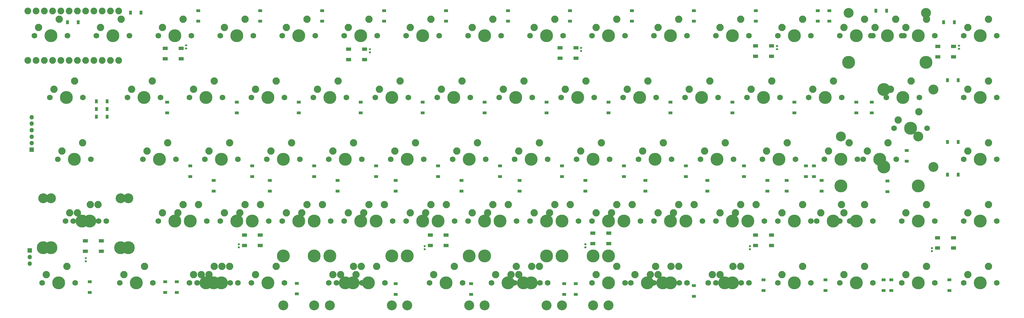
<source format=gbs>
G04 #@! TF.GenerationSoftware,KiCad,Pcbnew,(5.1.8-0-10_14)*
G04 #@! TF.CreationDate,2021-09-26T01:44:44+09:00*
G04 #@! TF.ProjectId,ts69v3,74733639-7633-42e6-9b69-6361645f7063,rev?*
G04 #@! TF.SameCoordinates,Original*
G04 #@! TF.FileFunction,Soldermask,Bot*
G04 #@! TF.FilePolarity,Negative*
%FSLAX46Y46*%
G04 Gerber Fmt 4.6, Leading zero omitted, Abs format (unit mm)*
G04 Created by KiCad (PCBNEW (5.1.8-0-10_14)) date 2021-09-26 01:44:44*
%MOMM*%
%LPD*%
G01*
G04 APERTURE LIST*
%ADD10C,2.250000*%
%ADD11C,3.987800*%
%ADD12C,1.750000*%
%ADD13R,1.200000X0.900000*%
%ADD14C,3.048000*%
%ADD15R,1.500000X1.000000*%
%ADD16R,0.900000X1.200000*%
%ADD17R,1.350000X1.350000*%
%ADD18O,1.350000X1.350000*%
%ADD19C,2.082800*%
G04 APERTURE END LIST*
D10*
X159702500Y-30638750D03*
D11*
X157162500Y-35718750D03*
D10*
X153352500Y-33178750D03*
D12*
X152082500Y-35718750D03*
X162242500Y-35718750D03*
G36*
G01*
X46133029Y-38422744D02*
X46473029Y-38422744D01*
G75*
G02*
X46613029Y-38562744I0J-140000D01*
G01*
X46613029Y-38842744D01*
G75*
G02*
X46473029Y-38982744I-140000J0D01*
G01*
X46133029Y-38982744D01*
G75*
G02*
X45993029Y-38842744I0J140000D01*
G01*
X45993029Y-38562744D01*
G75*
G02*
X46133029Y-38422744I140000J0D01*
G01*
G37*
G36*
G01*
X46133029Y-39382744D02*
X46473029Y-39382744D01*
G75*
G02*
X46613029Y-39522744I0J-140000D01*
G01*
X46613029Y-39802744D01*
G75*
G02*
X46473029Y-39942744I-140000J0D01*
G01*
X46133029Y-39942744D01*
G75*
G02*
X45993029Y-39802744I0J140000D01*
G01*
X45993029Y-39522744D01*
G75*
G02*
X46133029Y-39382744I140000J0D01*
G01*
G37*
D10*
X45402500Y-30638750D03*
D11*
X42862500Y-35718750D03*
D10*
X39052500Y-33178750D03*
D12*
X37782500Y-35718750D03*
X47942500Y-35718750D03*
X133667500Y-54768750D03*
X123507500Y-54768750D03*
D10*
X124777500Y-52228750D03*
D11*
X128587500Y-54768750D03*
D10*
X131127500Y-49688750D03*
D12*
X9842500Y-35718750D03*
X-317500Y-35718750D03*
D10*
X952500Y-33178750D03*
D11*
X4762500Y-35718750D03*
D10*
X7302500Y-30638750D03*
X9683750Y-106838750D03*
D11*
X7143750Y-111918750D03*
D10*
X3333750Y-109378750D03*
D12*
X2063750Y-111918750D03*
X12223750Y-111918750D03*
D10*
X26352500Y-30638750D03*
D11*
X23812500Y-35718750D03*
D10*
X20002500Y-33178750D03*
D12*
X18732500Y-35718750D03*
X28892500Y-35718750D03*
D10*
X12065000Y-49688750D03*
D11*
X9525000Y-54768750D03*
D10*
X5715000Y-52228750D03*
D12*
X4445000Y-54768750D03*
X14605000Y-54768750D03*
X16986250Y-73818750D03*
X6826250Y-73818750D03*
D10*
X8096250Y-71278750D03*
D11*
X11906250Y-73818750D03*
D10*
X14446250Y-68738750D03*
X178752500Y-30638750D03*
D11*
X176212500Y-35718750D03*
D10*
X172402500Y-33178750D03*
D12*
X171132500Y-35718750D03*
X181292500Y-35718750D03*
D10*
X121602500Y-30638750D03*
D11*
X119062500Y-35718750D03*
D10*
X115252500Y-33178750D03*
D12*
X113982500Y-35718750D03*
X124142500Y-35718750D03*
D13*
X88106324Y-31279711D03*
X88106324Y-27979711D03*
X142875120Y-75876629D03*
X142875120Y-79176629D03*
D12*
X100330000Y-73818750D03*
X90170000Y-73818750D03*
D10*
X91440000Y-71278750D03*
D11*
X95250000Y-73818750D03*
D10*
X97790000Y-68738750D03*
X16827512Y-87788828D03*
D11*
X14287512Y-92868828D03*
D10*
X10477512Y-90328828D03*
D12*
X9207512Y-92868828D03*
X19367512Y-92868828D03*
D14*
X2381262Y-85883828D03*
X26193762Y-85883828D03*
D11*
X2381262Y-101123828D03*
X26193762Y-101123828D03*
D15*
X226287688Y-97221958D03*
X226287688Y-100421958D03*
X221387688Y-97221958D03*
X221387688Y-100421958D03*
X121375520Y-100421958D03*
X121375520Y-97221958D03*
X126275520Y-100421958D03*
X126275520Y-97221958D03*
D12*
X152717500Y-54768750D03*
X142557500Y-54768750D03*
D10*
X143827500Y-52228750D03*
D11*
X147637500Y-54768750D03*
D10*
X150177500Y-49688750D03*
D12*
X38417500Y-54768750D03*
X28257500Y-54768750D03*
D10*
X29527500Y-52228750D03*
D11*
X33337500Y-54768750D03*
D10*
X35877500Y-49688750D03*
X212090000Y-68738750D03*
D11*
X209550000Y-73818750D03*
D10*
X205740000Y-71278750D03*
D12*
X204470000Y-73818750D03*
X214630000Y-73818750D03*
D10*
X126365000Y-87788750D03*
D11*
X123825000Y-92868750D03*
D10*
X120015000Y-90328750D03*
D12*
X118745000Y-92868750D03*
X128905000Y-92868750D03*
X257492500Y-111918750D03*
X247332500Y-111918750D03*
D10*
X248602500Y-109378750D03*
D11*
X252412500Y-111918750D03*
D10*
X254952500Y-106838750D03*
D12*
X295592500Y-54768750D03*
X285432500Y-54768750D03*
D10*
X286702500Y-52228750D03*
D11*
X290512500Y-54768750D03*
D10*
X293052500Y-49688750D03*
D12*
X36036250Y-111918750D03*
X25876250Y-111918750D03*
D10*
X27146250Y-109378750D03*
D11*
X30956250Y-111918750D03*
D10*
X33496250Y-106838750D03*
D11*
X271462500Y-82073750D03*
X247650000Y-82073750D03*
D14*
X271462500Y-66833750D03*
X247650000Y-66833750D03*
D12*
X264636250Y-73818750D03*
X254476250Y-73818750D03*
D10*
X255746250Y-71278750D03*
D11*
X259556250Y-73818750D03*
D10*
X262096250Y-68738750D03*
X102552500Y-30638750D03*
D11*
X100012500Y-35718750D03*
D10*
X96202500Y-33178750D03*
D12*
X94932500Y-35718750D03*
X105092500Y-35718750D03*
D10*
X64452500Y-30638750D03*
D11*
X61912500Y-35718750D03*
D10*
X58102500Y-33178750D03*
D12*
X56832500Y-35718750D03*
X66992500Y-35718750D03*
D10*
X140652500Y-30638750D03*
D11*
X138112500Y-35718750D03*
D10*
X134302500Y-33178750D03*
D12*
X133032500Y-35718750D03*
X143192500Y-35718750D03*
D13*
X110728218Y-112190722D03*
X110728218Y-115490722D03*
X43457849Y-111595409D03*
X43457849Y-114895409D03*
X225028314Y-80367255D03*
X225028314Y-83667255D03*
D10*
X97790000Y-106838750D03*
X91440000Y-109378750D03*
D11*
X95250000Y-111918750D03*
D12*
X90170000Y-111918750D03*
X100330000Y-111918750D03*
D14*
X76200000Y-118903750D03*
X114300000Y-118903750D03*
D11*
X76200000Y-103663750D03*
X114300000Y-103663750D03*
D15*
X39885971Y-42862536D03*
X39885971Y-39662536D03*
X44785971Y-42862536D03*
X44785971Y-39662536D03*
D10*
X293052500Y-30638750D03*
D11*
X290512500Y-35718750D03*
D10*
X286702500Y-33178750D03*
D12*
X285432500Y-35718750D03*
X295592500Y-35718750D03*
X238442500Y-111918750D03*
X228282500Y-111918750D03*
D10*
X229552500Y-109378750D03*
D11*
X233362500Y-111918750D03*
D10*
X235902500Y-106838750D03*
D13*
X280987736Y-114300096D03*
X280987736Y-111000096D03*
D16*
X280392423Y-78581316D03*
X283692423Y-78581316D03*
X280392423Y-49410979D03*
X283692423Y-49410979D03*
X279201797Y-31551589D03*
X282501797Y-31551589D03*
D13*
X263128346Y-111000096D03*
X263128346Y-114300096D03*
X261937720Y-83803194D03*
X261937720Y-80503194D03*
X267890850Y-71114125D03*
X267890850Y-74414125D03*
X257175216Y-56231250D03*
X257175216Y-59531250D03*
D16*
X261665842Y-27979711D03*
X258365842Y-27979711D03*
D13*
X260746875Y-114300096D03*
X260746875Y-111000096D03*
X244078330Y-27979711D03*
X244078330Y-31279711D03*
X242887500Y-111000000D03*
X242887500Y-114300000D03*
X236934574Y-75876629D03*
X236934574Y-79176629D03*
X252412500Y-56231300D03*
X252412500Y-59531300D03*
X240506452Y-31279711D03*
X240506452Y-27979711D03*
X223837500Y-114300096D03*
X223837500Y-111000096D03*
X233362696Y-59531300D03*
X233362696Y-56231300D03*
X221456436Y-27979711D03*
X221456436Y-31279711D03*
X202406420Y-112786035D03*
X202406420Y-116086035D03*
X206573611Y-83667255D03*
X206573611Y-80367255D03*
X217884558Y-75876629D03*
X217884558Y-79176629D03*
X214312500Y-56231250D03*
X214312500Y-59531250D03*
X202406420Y-31279711D03*
X202406420Y-27979711D03*
X187523595Y-80367255D03*
X187523595Y-83667255D03*
X200025168Y-79176629D03*
X200025168Y-75876629D03*
X195262664Y-59531300D03*
X195262664Y-56231300D03*
X183356404Y-27979711D03*
X183356404Y-31279711D03*
X162520449Y-112190722D03*
X162520449Y-115490722D03*
X169068892Y-83667255D03*
X169068892Y-80367255D03*
X180975000Y-75876629D03*
X180975000Y-79176629D03*
X176212500Y-56231250D03*
X176212500Y-59531250D03*
X164306388Y-27979711D03*
X164306388Y-31279711D03*
X148828250Y-80367255D03*
X148828250Y-83667255D03*
X161925136Y-79176629D03*
X161925136Y-75876629D03*
X157162632Y-59531300D03*
X157162632Y-56231300D03*
X145256372Y-27979711D03*
X145256372Y-31279711D03*
X130968860Y-83667255D03*
X130968860Y-80367255D03*
X138112616Y-56231300D03*
X138112616Y-59531300D03*
X126206356Y-31279711D03*
X126206356Y-27979711D03*
X110728218Y-80367255D03*
X110728218Y-83667255D03*
X123825104Y-79176629D03*
X123825104Y-75876629D03*
X119062500Y-59531300D03*
X119062500Y-56231300D03*
X107156340Y-27979711D03*
X107156340Y-31279711D03*
X92868828Y-83667255D03*
X92868828Y-80367255D03*
X104775000Y-75876629D03*
X104775000Y-79176629D03*
X100012500Y-56231250D03*
X100012500Y-59531250D03*
X72032873Y-80367255D03*
X72032873Y-83667255D03*
X85725072Y-79176629D03*
X85725072Y-75876629D03*
X80962568Y-59531300D03*
X80962568Y-56231300D03*
X69056308Y-27979711D03*
X69056308Y-31279711D03*
X54768796Y-83667255D03*
X54768796Y-80367255D03*
X66675056Y-75876629D03*
X66675056Y-79176629D03*
X61912500Y-56231250D03*
X61912500Y-59531250D03*
X50006292Y-31279711D03*
X50006292Y-27979711D03*
X39885971Y-114895409D03*
X39885971Y-111595409D03*
X47625040Y-79176629D03*
X47625040Y-75876629D03*
X40481284Y-59531300D03*
X40481284Y-56231300D03*
D16*
X32470337Y-28575024D03*
X29170337Y-28575024D03*
D13*
X16668750Y-111595409D03*
X16668750Y-114895409D03*
D16*
X18726581Y-60721926D03*
X22026581Y-60721926D03*
X18726581Y-58340674D03*
X22026581Y-58340674D03*
X18726581Y-55959422D03*
X22026581Y-55959422D03*
X9796886Y-31551589D03*
X13096886Y-31551589D03*
D10*
X197802500Y-30638750D03*
D11*
X195262500Y-35718750D03*
D10*
X191452500Y-33178750D03*
D12*
X190182500Y-35718750D03*
X200342500Y-35718750D03*
D10*
X83502500Y-30638750D03*
D11*
X80962500Y-35718750D03*
D10*
X77152500Y-33178750D03*
D12*
X75882500Y-35718750D03*
X86042500Y-35718750D03*
X186055000Y-92868750D03*
X175895000Y-92868750D03*
D10*
X177165000Y-90328750D03*
D11*
X180975000Y-92868750D03*
D10*
X183515000Y-87788750D03*
X154940000Y-106838750D03*
X148590000Y-109378750D03*
D11*
X152400000Y-111918750D03*
D12*
X147320000Y-111918750D03*
X157480000Y-111918750D03*
D14*
X133350000Y-118903750D03*
X171450000Y-118903750D03*
D11*
X133350000Y-103663750D03*
X171450000Y-103663750D03*
D12*
X62230000Y-73818750D03*
X52070000Y-73818750D03*
D10*
X53340000Y-71278750D03*
D11*
X57150000Y-73818750D03*
D10*
X59690000Y-68738750D03*
D11*
X28575000Y-101123750D03*
X4762500Y-101123750D03*
D14*
X28575000Y-85883750D03*
X4762500Y-85883750D03*
D12*
X21748750Y-92868750D03*
X11588750Y-92868750D03*
D10*
X12858750Y-90328750D03*
D11*
X16668750Y-92868750D03*
D10*
X19208750Y-87788750D03*
X40640000Y-68738750D03*
D11*
X38100000Y-73818750D03*
D10*
X34290000Y-71278750D03*
D12*
X33020000Y-73818750D03*
X43180000Y-73818750D03*
X57467500Y-54768750D03*
X47307500Y-54768750D03*
D10*
X48577500Y-52228750D03*
D11*
X52387500Y-54768750D03*
D10*
X54927500Y-49688750D03*
X50165000Y-87788750D03*
D11*
X47625000Y-92868750D03*
D10*
X43815000Y-90328750D03*
D12*
X42545000Y-92868750D03*
X52705000Y-92868750D03*
X59848750Y-111918750D03*
X49688750Y-111918750D03*
D10*
X50958750Y-109378750D03*
D11*
X54768750Y-111918750D03*
D10*
X57308750Y-106838750D03*
D12*
X76517500Y-54768750D03*
X66357500Y-54768750D03*
D10*
X67627500Y-52228750D03*
D11*
X71437500Y-54768750D03*
D10*
X73977500Y-49688750D03*
D12*
X81280000Y-73818750D03*
X71120000Y-73818750D03*
D10*
X72390000Y-71278750D03*
D11*
X76200000Y-73818750D03*
D10*
X78740000Y-68738750D03*
X69215000Y-87788750D03*
D11*
X66675000Y-92868750D03*
D10*
X62865000Y-90328750D03*
D12*
X61595000Y-92868750D03*
X71755000Y-92868750D03*
X95567500Y-54768750D03*
X85407500Y-54768750D03*
D10*
X86677500Y-52228750D03*
D11*
X90487500Y-54768750D03*
D10*
X93027500Y-49688750D03*
X88265000Y-87788750D03*
D11*
X85725000Y-92868750D03*
D10*
X81915000Y-90328750D03*
D12*
X80645000Y-92868750D03*
X90805000Y-92868750D03*
X114617500Y-54768750D03*
X104457500Y-54768750D03*
D10*
X105727500Y-52228750D03*
D11*
X109537500Y-54768750D03*
D10*
X112077500Y-49688750D03*
D12*
X119380000Y-73818750D03*
X109220000Y-73818750D03*
D10*
X110490000Y-71278750D03*
D11*
X114300000Y-73818750D03*
D10*
X116840000Y-68738750D03*
X107315000Y-87788750D03*
D11*
X104775000Y-92868750D03*
D10*
X100965000Y-90328750D03*
D12*
X99695000Y-92868750D03*
X109855000Y-92868750D03*
X138430000Y-73818750D03*
X128270000Y-73818750D03*
D10*
X129540000Y-71278750D03*
D11*
X133350000Y-73818750D03*
D10*
X135890000Y-68738750D03*
D12*
X157480000Y-73818750D03*
X147320000Y-73818750D03*
D10*
X148590000Y-71278750D03*
D11*
X152400000Y-73818750D03*
D10*
X154940000Y-68738750D03*
X145415000Y-87788750D03*
D11*
X142875000Y-92868750D03*
D10*
X139065000Y-90328750D03*
D12*
X137795000Y-92868750D03*
X147955000Y-92868750D03*
X171767500Y-54768750D03*
X161607500Y-54768750D03*
D10*
X162877500Y-52228750D03*
D11*
X166687500Y-54768750D03*
D10*
X169227500Y-49688750D03*
D12*
X176530000Y-73818750D03*
X166370000Y-73818750D03*
D10*
X167640000Y-71278750D03*
D11*
X171450000Y-73818750D03*
D10*
X173990000Y-68738750D03*
X164465000Y-87788750D03*
D11*
X161925000Y-92868750D03*
D10*
X158115000Y-90328750D03*
D12*
X156845000Y-92868750D03*
X167005000Y-92868750D03*
X190817500Y-54768750D03*
X180657500Y-54768750D03*
D10*
X181927500Y-52228750D03*
D11*
X185737500Y-54768750D03*
D10*
X188277500Y-49688750D03*
X193040000Y-68738750D03*
D11*
X190500000Y-73818750D03*
D10*
X186690000Y-71278750D03*
D12*
X185420000Y-73818750D03*
X195580000Y-73818750D03*
X209867500Y-54768750D03*
X199707500Y-54768750D03*
D10*
X200977500Y-52228750D03*
D11*
X204787500Y-54768750D03*
D10*
X207327500Y-49688750D03*
D12*
X205105000Y-92868750D03*
X194945000Y-92868750D03*
D10*
X196215000Y-90328750D03*
D11*
X200025000Y-92868750D03*
D10*
X202565000Y-87788750D03*
X195421250Y-106838750D03*
D11*
X192881250Y-111918750D03*
D10*
X189071250Y-109378750D03*
D12*
X187801250Y-111918750D03*
X197961250Y-111918750D03*
D10*
X216852500Y-30638750D03*
D11*
X214312500Y-35718750D03*
D10*
X210502500Y-33178750D03*
D12*
X209232500Y-35718750D03*
X219392500Y-35718750D03*
X228917500Y-54768750D03*
X218757500Y-54768750D03*
D10*
X220027500Y-52228750D03*
D11*
X223837500Y-54768750D03*
D10*
X226377500Y-49688750D03*
X221615000Y-87788750D03*
D11*
X219075000Y-92868750D03*
D10*
X215265000Y-90328750D03*
D12*
X213995000Y-92868750D03*
X224155000Y-92868750D03*
X219392500Y-111918750D03*
X209232500Y-111918750D03*
D10*
X210502500Y-109378750D03*
D11*
X214312500Y-111918750D03*
D10*
X216852500Y-106838750D03*
X235902500Y-30638750D03*
D11*
X233362500Y-35718750D03*
D10*
X229552500Y-33178750D03*
D12*
X228282500Y-35718750D03*
X238442500Y-35718750D03*
X247877501Y-54768750D03*
X237717501Y-54768750D03*
D10*
X238987501Y-52228750D03*
D11*
X242797501Y-54768750D03*
D10*
X245337501Y-49688750D03*
X231140000Y-68738750D03*
D11*
X228600000Y-73818750D03*
D10*
X224790000Y-71278750D03*
D12*
X223520000Y-73818750D03*
X233680000Y-73818750D03*
D10*
X254952500Y-30638750D03*
D11*
X252412500Y-35718750D03*
D10*
X248602500Y-33178750D03*
D12*
X247332500Y-35718750D03*
X257492500Y-35718750D03*
D11*
X273843750Y-43973750D03*
X250031250Y-43973750D03*
D14*
X273843750Y-28733750D03*
X250031250Y-28733750D03*
D12*
X267017500Y-35718750D03*
X256857500Y-35718750D03*
D10*
X258127500Y-33178750D03*
D11*
X261937500Y-35718750D03*
D10*
X264477500Y-30638750D03*
X274002500Y-30638750D03*
D11*
X271462500Y-35718750D03*
D10*
X267652500Y-33178750D03*
D12*
X266382500Y-35718750D03*
X276542500Y-35718750D03*
X271780000Y-54768750D03*
X261620000Y-54768750D03*
D10*
X262890000Y-52228750D03*
D11*
X266700000Y-54768750D03*
D10*
X269240000Y-49688750D03*
D12*
X276542500Y-92868750D03*
X266382500Y-92868750D03*
D10*
X267652500Y-90328750D03*
D11*
X271462500Y-92868750D03*
D10*
X274002500Y-87788750D03*
D12*
X276542500Y-111918750D03*
X266382500Y-111918750D03*
D10*
X267652500Y-109378750D03*
D11*
X271462500Y-111918750D03*
D10*
X274002500Y-106838750D03*
X293052500Y-87788750D03*
D11*
X290512500Y-92868750D03*
D10*
X286702500Y-90328750D03*
D12*
X285432500Y-92868750D03*
X295592500Y-92868750D03*
X295592500Y-111918750D03*
X285432500Y-111918750D03*
D10*
X286702500Y-109378750D03*
D11*
X290512500Y-111918750D03*
D10*
X293052500Y-106838750D03*
D13*
X80367255Y-115354783D03*
X80367255Y-112054783D03*
X166092327Y-112190722D03*
X166092327Y-115490722D03*
D15*
X101203210Y-39885971D03*
X101203210Y-43085971D03*
X96303210Y-39885971D03*
X96303210Y-43085971D03*
X161261075Y-42676597D03*
X161261075Y-39476597D03*
X166161075Y-42676597D03*
X166161075Y-39476597D03*
X226288440Y-38881420D03*
X226288440Y-42081420D03*
X221388440Y-38881420D03*
X221388440Y-42081420D03*
X277415858Y-42267223D03*
X277415858Y-39067223D03*
X282315858Y-42267223D03*
X282315858Y-39067223D03*
X277347110Y-101203210D03*
X277347110Y-98003210D03*
X282247110Y-101203210D03*
X282247110Y-98003210D03*
X171381396Y-99826645D03*
X171381396Y-96626645D03*
X176281396Y-99826645D03*
X176281396Y-96626645D03*
X69125056Y-97221958D03*
X69125056Y-100421958D03*
X64225056Y-97221958D03*
X64225056Y-100421958D03*
X15340710Y-102207897D03*
X15340710Y-99007897D03*
X20240710Y-102207897D03*
X20240710Y-99007897D03*
D17*
X-1785939Y-101965714D03*
D18*
X-1785939Y-103965714D03*
X-1785939Y-105965714D03*
D17*
X-1190626Y-70842247D03*
D18*
X-1190626Y-68842247D03*
X-1190626Y-66842247D03*
X-1190626Y-64842247D03*
X-1190626Y-62842247D03*
X-1190626Y-60842247D03*
D12*
X76517500Y-111918750D03*
X66357500Y-111918750D03*
D10*
X67627500Y-109378750D03*
D11*
X71437500Y-111918750D03*
D10*
X73977500Y-106838750D03*
X178752500Y-106838750D03*
D11*
X176212500Y-111918750D03*
D10*
X172402500Y-109378750D03*
D12*
X171132500Y-111918750D03*
X181292500Y-111918750D03*
D16*
X283692423Y-68460995D03*
X280392423Y-68460995D03*
D12*
X295592500Y-73818750D03*
X285432500Y-73818750D03*
D10*
X286702500Y-71278750D03*
D11*
X290512500Y-73818750D03*
D10*
X293052500Y-68738750D03*
D13*
X241697078Y-83667255D03*
X241697078Y-80367255D03*
D12*
X250349780Y-92869140D03*
X240189780Y-92869140D03*
D10*
X241459780Y-90329140D03*
D11*
X245269780Y-92869140D03*
D10*
X247809780Y-87789140D03*
X147796860Y-106839220D03*
D11*
X145256860Y-111919220D03*
D10*
X141446860Y-109379220D03*
D12*
X140176860Y-111919220D03*
X150336860Y-111919220D03*
D14*
X133350610Y-118904220D03*
X157163110Y-118904220D03*
D11*
X133350610Y-103664220D03*
X157163110Y-103664220D03*
D10*
X152559380Y-106839220D03*
D11*
X150019380Y-111919220D03*
D10*
X146209380Y-109379220D03*
D12*
X144939380Y-111919220D03*
X155099380Y-111919220D03*
D14*
X138113130Y-118904220D03*
X161925630Y-118904220D03*
D11*
X138113130Y-103664220D03*
X161925630Y-103664220D03*
X114300430Y-103664220D03*
X90487930Y-103664220D03*
D14*
X114300430Y-118904220D03*
X90487930Y-118904220D03*
D12*
X107474180Y-111919220D03*
X97314180Y-111919220D03*
D10*
X98584180Y-109379220D03*
D11*
X102394180Y-111919220D03*
D10*
X104934180Y-106839220D03*
D11*
X109537910Y-103664220D03*
X85725410Y-103664220D03*
D14*
X109537910Y-118904220D03*
X85725410Y-118904220D03*
D12*
X102711660Y-111919220D03*
X92551660Y-111919220D03*
D10*
X93821660Y-109379220D03*
D11*
X97631660Y-111919220D03*
D10*
X100171660Y-106839220D03*
D12*
X62230048Y-111918844D03*
X52070048Y-111918844D03*
D10*
X53340048Y-109378844D03*
D11*
X57150048Y-111918844D03*
D10*
X59690048Y-106838844D03*
D12*
X200342664Y-111918844D03*
X190182664Y-111918844D03*
D10*
X191452664Y-109378844D03*
D11*
X195262664Y-111918844D03*
D10*
X197802664Y-106838844D03*
X190658908Y-106838844D03*
D11*
X188118908Y-111918844D03*
D10*
X184308908Y-109378844D03*
D12*
X183038908Y-111918844D03*
X193198908Y-111918844D03*
X217011428Y-111918844D03*
X206851428Y-111918844D03*
D10*
X208121428Y-109378844D03*
D11*
X211931428Y-111918844D03*
D10*
X214471428Y-106838844D03*
D12*
X57467544Y-111918844D03*
X47307544Y-111918844D03*
D10*
X48577544Y-109378844D03*
D11*
X52387544Y-111918844D03*
D10*
X54927544Y-106838844D03*
D13*
X133945425Y-115490722D03*
X133945425Y-112190722D03*
D11*
X176206256Y-103663844D03*
X76206456Y-103663844D03*
D14*
X176206256Y-118903844D03*
X76206456Y-118903844D03*
D12*
X131286356Y-111918844D03*
X121126356Y-111918844D03*
D10*
X122396356Y-109378844D03*
D11*
X126206356Y-111918844D03*
D10*
X128746356Y-106838844D03*
G36*
G01*
X103002285Y-41130030D02*
X102662285Y-41130030D01*
G75*
G02*
X102522285Y-40990030I0J140000D01*
G01*
X102522285Y-40710030D01*
G75*
G02*
X102662285Y-40570030I140000J0D01*
G01*
X103002285Y-40570030D01*
G75*
G02*
X103142285Y-40710030I0J-140000D01*
G01*
X103142285Y-40990030D01*
G75*
G02*
X103002285Y-41130030I-140000J0D01*
G01*
G37*
G36*
G01*
X103002285Y-40170030D02*
X102662285Y-40170030D01*
G75*
G02*
X102522285Y-40030030I0J140000D01*
G01*
X102522285Y-39750030D01*
G75*
G02*
X102662285Y-39610030I140000J0D01*
G01*
X103002285Y-39610030D01*
G75*
G02*
X103142285Y-39750030I0J-140000D01*
G01*
X103142285Y-40030030D01*
G75*
G02*
X103002285Y-40170030I-140000J0D01*
G01*
G37*
G36*
G01*
X284134301Y-40050658D02*
X283794301Y-40050658D01*
G75*
G02*
X283654301Y-39910658I0J140000D01*
G01*
X283654301Y-39630658D01*
G75*
G02*
X283794301Y-39490658I140000J0D01*
G01*
X284134301Y-39490658D01*
G75*
G02*
X284274301Y-39630658I0J-140000D01*
G01*
X284274301Y-39910658D01*
G75*
G02*
X284134301Y-40050658I-140000J0D01*
G01*
G37*
G36*
G01*
X284134301Y-39090658D02*
X283794301Y-39090658D01*
G75*
G02*
X283654301Y-38950658I0J140000D01*
G01*
X283654301Y-38670658D01*
G75*
G02*
X283794301Y-38530658I140000J0D01*
G01*
X284134301Y-38530658D01*
G75*
G02*
X284274301Y-38670658I0J-140000D01*
G01*
X284274301Y-38950658D01*
G75*
G02*
X284134301Y-39090658I-140000J0D01*
G01*
G37*
G36*
G01*
X275799919Y-102443210D02*
X275459919Y-102443210D01*
G75*
G02*
X275319919Y-102303210I0J140000D01*
G01*
X275319919Y-102023210D01*
G75*
G02*
X275459919Y-101883210I140000J0D01*
G01*
X275799919Y-101883210D01*
G75*
G02*
X275939919Y-102023210I0J-140000D01*
G01*
X275939919Y-102303210D01*
G75*
G02*
X275799919Y-102443210I-140000J0D01*
G01*
G37*
G36*
G01*
X275799919Y-101483210D02*
X275459919Y-101483210D01*
G75*
G02*
X275319919Y-101343210I0J140000D01*
G01*
X275319919Y-101063210D01*
G75*
G02*
X275459919Y-100923210I140000J0D01*
G01*
X275799919Y-100923210D01*
G75*
G02*
X275939919Y-101063210I0J-140000D01*
G01*
X275939919Y-101343210D01*
G75*
G02*
X275799919Y-101483210I-140000J0D01*
G01*
G37*
G36*
G01*
X219840497Y-101847897D02*
X219500497Y-101847897D01*
G75*
G02*
X219360497Y-101707897I0J140000D01*
G01*
X219360497Y-101427897D01*
G75*
G02*
X219500497Y-101287897I140000J0D01*
G01*
X219840497Y-101287897D01*
G75*
G02*
X219980497Y-101427897I0J-140000D01*
G01*
X219980497Y-101707897D01*
G75*
G02*
X219840497Y-101847897I-140000J0D01*
G01*
G37*
G36*
G01*
X219840497Y-100887897D02*
X219500497Y-100887897D01*
G75*
G02*
X219360497Y-100747897I0J140000D01*
G01*
X219360497Y-100467897D01*
G75*
G02*
X219500497Y-100327897I140000J0D01*
G01*
X219840497Y-100327897D01*
G75*
G02*
X219980497Y-100467897I0J-140000D01*
G01*
X219980497Y-100747897D01*
G75*
G02*
X219840497Y-100887897I-140000J0D01*
G01*
G37*
G36*
G01*
X169238892Y-100292584D02*
X168898892Y-100292584D01*
G75*
G02*
X168758892Y-100152584I0J140000D01*
G01*
X168758892Y-99872584D01*
G75*
G02*
X168898892Y-99732584I140000J0D01*
G01*
X169238892Y-99732584D01*
G75*
G02*
X169378892Y-99872584I0J-140000D01*
G01*
X169378892Y-100152584D01*
G75*
G02*
X169238892Y-100292584I-140000J0D01*
G01*
G37*
G36*
G01*
X169238892Y-101252584D02*
X168898892Y-101252584D01*
G75*
G02*
X168758892Y-101112584I0J140000D01*
G01*
X168758892Y-100832584D01*
G75*
G02*
X168898892Y-100692584I140000J0D01*
G01*
X169238892Y-100692584D01*
G75*
G02*
X169378892Y-100832584I0J-140000D01*
G01*
X169378892Y-101112584D01*
G75*
G02*
X169238892Y-101252584I-140000J0D01*
G01*
G37*
G36*
G01*
X119827913Y-100887897D02*
X119487913Y-100887897D01*
G75*
G02*
X119347913Y-100747897I0J140000D01*
G01*
X119347913Y-100467897D01*
G75*
G02*
X119487913Y-100327897I140000J0D01*
G01*
X119827913Y-100327897D01*
G75*
G02*
X119967913Y-100467897I0J-140000D01*
G01*
X119967913Y-100747897D01*
G75*
G02*
X119827913Y-100887897I-140000J0D01*
G01*
G37*
G36*
G01*
X119827913Y-101847897D02*
X119487913Y-101847897D01*
G75*
G02*
X119347913Y-101707897I0J140000D01*
G01*
X119347913Y-101427897D01*
G75*
G02*
X119487913Y-101287897I140000J0D01*
G01*
X119827913Y-101287897D01*
G75*
G02*
X119967913Y-101427897I0J-140000D01*
G01*
X119967913Y-101707897D01*
G75*
G02*
X119827913Y-101847897I-140000J0D01*
G01*
G37*
G36*
G01*
X62677865Y-101252584D02*
X62337865Y-101252584D01*
G75*
G02*
X62197865Y-101112584I0J140000D01*
G01*
X62197865Y-100832584D01*
G75*
G02*
X62337865Y-100692584I140000J0D01*
G01*
X62677865Y-100692584D01*
G75*
G02*
X62817865Y-100832584I0J-140000D01*
G01*
X62817865Y-101112584D01*
G75*
G02*
X62677865Y-101252584I-140000J0D01*
G01*
G37*
G36*
G01*
X62677865Y-100292584D02*
X62337865Y-100292584D01*
G75*
G02*
X62197865Y-100152584I0J140000D01*
G01*
X62197865Y-99872584D01*
G75*
G02*
X62337865Y-99732584I140000J0D01*
G01*
X62677865Y-99732584D01*
G75*
G02*
X62817865Y-99872584I0J-140000D01*
G01*
X62817865Y-100152584D01*
G75*
G02*
X62677865Y-100292584I-140000J0D01*
G01*
G37*
G36*
G01*
X15648138Y-104575088D02*
X15308138Y-104575088D01*
G75*
G02*
X15168138Y-104435088I0J140000D01*
G01*
X15168138Y-104155088D01*
G75*
G02*
X15308138Y-104015088I140000J0D01*
G01*
X15648138Y-104015088D01*
G75*
G02*
X15788138Y-104155088I0J-140000D01*
G01*
X15788138Y-104435088D01*
G75*
G02*
X15648138Y-104575088I-140000J0D01*
G01*
G37*
G36*
G01*
X15648138Y-105535088D02*
X15308138Y-105535088D01*
G75*
G02*
X15168138Y-105395088I0J140000D01*
G01*
X15168138Y-105115088D01*
G75*
G02*
X15308138Y-104975088I140000J0D01*
G01*
X15648138Y-104975088D01*
G75*
G02*
X15788138Y-105115088I0J-140000D01*
G01*
X15788138Y-105395088D01*
G75*
G02*
X15648138Y-105535088I-140000J0D01*
G01*
G37*
G36*
G01*
X167917195Y-39756261D02*
X167577195Y-39756261D01*
G75*
G02*
X167437195Y-39616261I0J140000D01*
G01*
X167437195Y-39336261D01*
G75*
G02*
X167577195Y-39196261I140000J0D01*
G01*
X167917195Y-39196261D01*
G75*
G02*
X168057195Y-39336261I0J-140000D01*
G01*
X168057195Y-39616261D01*
G75*
G02*
X167917195Y-39756261I-140000J0D01*
G01*
G37*
G36*
G01*
X167917195Y-40716261D02*
X167577195Y-40716261D01*
G75*
G02*
X167437195Y-40576261I0J140000D01*
G01*
X167437195Y-40296261D01*
G75*
G02*
X167577195Y-40156261I140000J0D01*
G01*
X167917195Y-40156261D01*
G75*
G02*
X168057195Y-40296261I0J-140000D01*
G01*
X168057195Y-40576261D01*
G75*
G02*
X167917195Y-40716261I-140000J0D01*
G01*
G37*
G36*
G01*
X228174879Y-39205971D02*
X227834879Y-39205971D01*
G75*
G02*
X227694879Y-39065971I0J140000D01*
G01*
X227694879Y-38785971D01*
G75*
G02*
X227834879Y-38645971I140000J0D01*
G01*
X228174879Y-38645971D01*
G75*
G02*
X228314879Y-38785971I0J-140000D01*
G01*
X228314879Y-39065971D01*
G75*
G02*
X228174879Y-39205971I-140000J0D01*
G01*
G37*
G36*
G01*
X228174879Y-40165971D02*
X227834879Y-40165971D01*
G75*
G02*
X227694879Y-40025971I0J140000D01*
G01*
X227694879Y-39745971D01*
G75*
G02*
X227834879Y-39605971I140000J0D01*
G01*
X228174879Y-39605971D01*
G75*
G02*
X228314879Y-39745971I0J-140000D01*
G01*
X228314879Y-40025971D01*
G75*
G02*
X228174879Y-40165971I-140000J0D01*
G01*
G37*
D19*
X-2381252Y-28098780D03*
X158748Y-28098780D03*
X2698748Y-28098780D03*
X5238748Y-28098780D03*
X7778748Y-28098780D03*
X10318748Y-28098780D03*
X12858748Y-28098780D03*
X15398748Y-28098780D03*
X17938748Y-28098780D03*
X20478748Y-28098780D03*
X23018748Y-28098780D03*
X25558748Y-28098780D03*
X25558748Y-43338780D03*
X23018748Y-43338780D03*
X20478748Y-43338780D03*
X17938748Y-43338780D03*
X15398748Y-43338780D03*
X12858748Y-43338780D03*
X10318748Y-43338780D03*
X7778748Y-43338780D03*
X5238748Y-43338780D03*
X2698748Y-43338780D03*
X158748Y-43338780D03*
X-2381252Y-43338780D03*
D13*
X230981444Y-80367255D03*
X230981444Y-83667255D03*
X239315826Y-79176629D03*
X239315826Y-75876629D03*
D12*
X47942536Y-92868828D03*
X37782536Y-92868828D03*
D10*
X39052536Y-90328828D03*
D11*
X42862536Y-92868828D03*
D10*
X45402536Y-87788828D03*
X64452552Y-87788828D03*
D11*
X61912552Y-92868828D03*
D10*
X58102552Y-90328828D03*
D12*
X56832552Y-92868828D03*
X66992552Y-92868828D03*
X86042568Y-92868828D03*
X75882568Y-92868828D03*
D10*
X77152568Y-90328828D03*
D11*
X80962568Y-92868828D03*
D10*
X83502568Y-87788828D03*
X102552584Y-87788828D03*
D11*
X100012584Y-92868828D03*
D10*
X96202584Y-90328828D03*
D12*
X94932584Y-92868828D03*
X105092584Y-92868828D03*
X124142600Y-92868828D03*
X113982600Y-92868828D03*
D10*
X115252600Y-90328828D03*
D11*
X119062600Y-92868828D03*
D10*
X121602600Y-87788828D03*
X140652616Y-87788828D03*
D11*
X138112616Y-92868828D03*
D10*
X134302616Y-90328828D03*
D12*
X133032616Y-92868828D03*
X143192616Y-92868828D03*
X162242632Y-92868828D03*
X152082632Y-92868828D03*
D10*
X153352632Y-90328828D03*
D11*
X157162632Y-92868828D03*
D10*
X159702632Y-87788828D03*
X178752648Y-87788828D03*
D11*
X176212648Y-92868828D03*
D10*
X172402648Y-90328828D03*
D12*
X171132648Y-92868828D03*
X181292648Y-92868828D03*
X200342664Y-92868828D03*
X190182664Y-92868828D03*
D10*
X191452664Y-90328828D03*
D11*
X195262664Y-92868828D03*
D10*
X197802664Y-87788828D03*
X216852680Y-87788828D03*
D11*
X214312680Y-92868828D03*
D10*
X210502680Y-90328828D03*
D12*
X209232680Y-92868828D03*
X219392680Y-92868828D03*
D10*
X235902696Y-87788828D03*
D11*
X233362696Y-92868828D03*
D10*
X229552696Y-90328828D03*
D12*
X228282696Y-92868828D03*
X238442696Y-92868828D03*
X252730208Y-73818812D03*
X242570208Y-73818812D03*
D10*
X243840208Y-71278812D03*
D11*
X247650208Y-73818812D03*
D10*
X250190208Y-68738812D03*
D12*
X257492712Y-92868828D03*
X247332712Y-92868828D03*
D10*
X248602712Y-90328828D03*
D11*
X252412712Y-92868828D03*
D10*
X254952712Y-87788828D03*
D14*
X276066476Y-76231804D03*
D12*
X264001476Y-64293804D03*
D14*
X276066476Y-52355804D03*
D11*
X260826476Y-52355804D03*
D10*
X265271476Y-61753804D03*
D11*
X260826476Y-76231804D03*
X269081476Y-64293804D03*
D12*
X274161476Y-64293804D03*
D10*
X271621476Y-59213804D03*
M02*

</source>
